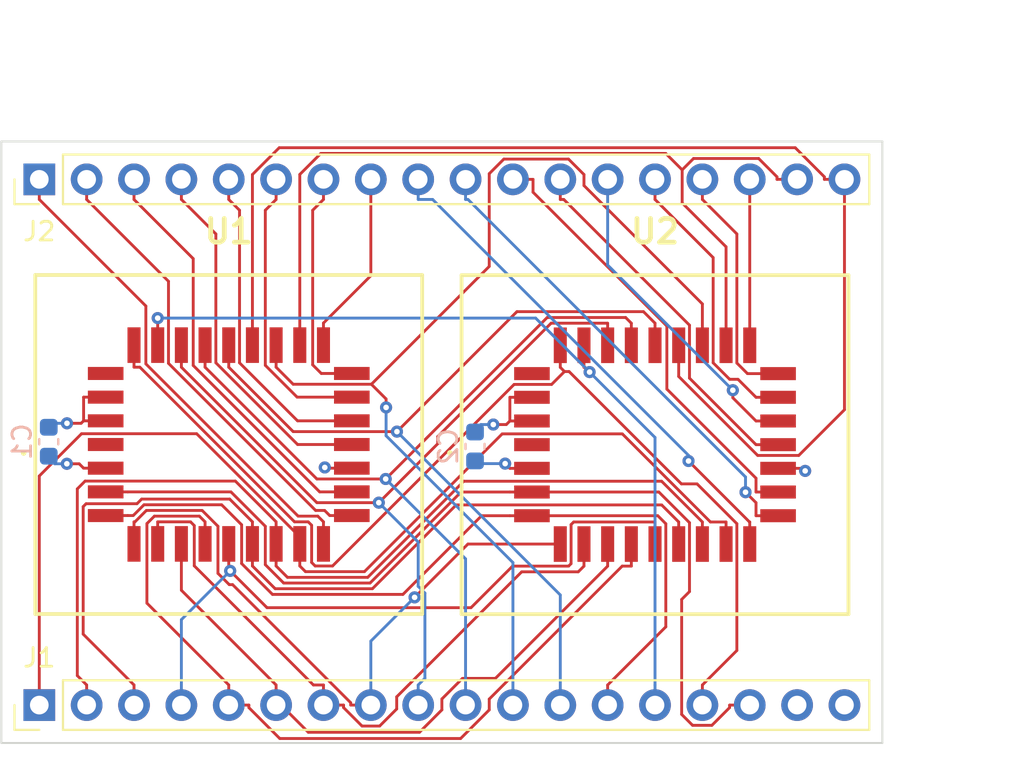
<source format=kicad_pcb>
(kicad_pcb (version 20221018) (generator pcbnew)
  (title_block (title "Turtle16: ROM Daughter Board") (date "2023-11-20") (rev "A") (comment 4 "Daughter board with Instruction ROM"))
  (layers (0 "F.Cu" signal) (1 "In1.Cu" power) (2 "In2.Cu" power) (31 "B.Cu" signal) (34 "B.Paste" user) (35 "F.Paste" user) (36 "B.SilkS" user "B.Silkscreen") (37 "F.SilkS" user "F.Silkscreen") (38 "B.Mask" user) (39 "F.Mask" user) (44 "Edge.Cuts" user))
  (net 0 "")
  (net 1 "GND")
  (net 2 "VCC")
  (net 3 "/PC0")
  (net 4 "/PC1")
  (net 5 "/PC2")
  (net 6 "/PC3")
  (net 7 "/PC4")
  (net 8 "/PC5")
  (net 9 "/PC6")
  (net 10 "/PC7")
  (net 11 "/PC8")
  (net 12 "/PC9")
  (net 13 "/PC10")
  (net 14 "/PC11")
  (net 15 "/PC12")
  (net 16 "/PC13")
  (net 17 "/PC14")
  (net 18 "/PC15")
  (net 19 "/Ins_IF0")
  (net 20 "/Ins_IF1")
  (net 21 "/Ins_IF2")
  (net 22 "/Ins_IF3")
  (net 23 "/Ins_IF4")
  (net 24 "/Ins_IF5")
  (net 25 "/Ins_IF6")
  (net 26 "/Ins_IF7")
  (net 27 "/Ins_IF8")
  (net 28 "/Ins_IF9")
  (net 29 "/Ins_IF10")
  (net 30 "/Ins_IF11")
  (net 31 "/Ins_IF12")
  (net 32 "/Ins_IF13")
  (net 33 "/Ins_IF14")
  (net 34 "/Ins_IF15")
  (net 35 "/FLUSH_IF")
  (net 36 "/RAMEN_R")
  (footprint "Package_LCC:843221B1RKTP" (layer "F.Cu") (at 108.712 59.44 90)
    (fp_text reference "U2" (at 11.434 0) (layer "F.SilkS") (effects (font (size 1.27 1.27) (thickness 0.254))))
    (fp_text value "SST39SF010" hide)
    (fp_line (start -9.09 -10.375) (end 9.09 -10.375) (stroke (width 0.2)) (layer "F.SilkS"))
    (fp_line (start -9.09 10.375) (end -9.09 -10.375) (stroke (width 0.2)) (layer "F.SilkS"))
    (fp_line (start -0.5 -11) (end -0.5 -11) (stroke (width 0.2)) (layer "F.SilkS"))
    (fp_line (start -0.4 -11) (end -0.4 -11) (stroke (width 0.2)) (layer "F.SilkS"))
    (fp_line (start 9.09 -10.375) (end 9.09 10.375) (stroke (width 0.2)) (layer "F.SilkS"))
    (fp_line (start 9.09 10.375) (end -9.09 10.375) (stroke (width 0.2)) (layer "F.SilkS"))
    (fp_arc (start -0.5 -11) (mid -0.45 -11.05) (end -0.4 -11) (stroke (width 0.2)) (layer "F.SilkS"))
    (fp_arc (start -0.4 -11) (mid -0.45 -10.95) (end -0.5 -11) (stroke (width 0.2)) (layer "F.SilkS"))
    (pad "1" smd rect (at 0 -6.6 90) (size 0.7 1.91) (layers "F.Cu" "F.Paste" "F.Mask"))
    (pad "2" smd rect (at -1.27 -6.6 90) (size 0.7 1.91) (layers "F.Cu" "F.Paste" "F.Mask") (net 1 "GND"))
    (pad "3" smd rect (at -2.54 -6.6 90) (size 0.7 1.91) (layers "F.Cu" "F.Paste" "F.Mask") (net 18 "/PC15"))
    (pad "4" smd rect (at -3.81 -6.6 90) (size 0.7 1.91) (layers "F.Cu" "F.Paste" "F.Mask") (net 15 "/PC12"))
    (pad "5" smd rect (at -5.33 -5.08 180) (size 0.7 1.91) (layers "F.Cu" "F.Paste" "F.Mask") (net 10 "/PC7"))
    (pad "6" smd rect (at -5.33 -3.81 180) (size 0.7 1.91) (layers "F.Cu" "F.Paste" "F.Mask") (net 9 "/PC6"))
    (pad "7" smd rect (at -5.33 -2.54 180) (size 0.7 1.91) (layers "F.Cu" "F.Paste" "F.Mask") (net 8 "/PC5"))
    (pad "8" smd rect (at -5.33 -1.27 180) (size 0.7 1.91) (layers "F.Cu" "F.Paste" "F.Mask") (net 7 "/PC4"))
    (pad "9" smd rect (at -5.33 0 180) (size 0.7 1.91) (layers "F.Cu" "F.Paste" "F.Mask") (net 6 "/PC3"))
    (pad "10" smd rect (at -5.33 1.27 180) (size 0.7 1.91) (layers "F.Cu" "F.Paste" "F.Mask") (net 5 "/PC2"))
    (pad "11" smd rect (at -5.33 2.54 180) (size 0.7 1.91) (layers "F.Cu" "F.Paste" "F.Mask") (net 4 "/PC1"))
    (pad "12" smd rect (at -5.33 3.81 180) (size 0.7 1.91) (layers "F.Cu" "F.Paste" "F.Mask") (net 3 "/PC0"))
    (pad "13" smd rect (at -5.33 5.08 180) (size 0.7 1.91) (layers "F.Cu" "F.Paste" "F.Mask") (net 27 "/Ins_IF8"))
    (pad "14" smd rect (at -3.81 6.6 90) (size 0.7 1.91) (layers "F.Cu" "F.Paste" "F.Mask") (net 28 "/Ins_IF9"))
    (pad "15" smd rect (at -2.54 6.6 90) (size 0.7 1.91) (layers "F.Cu" "F.Paste" "F.Mask") (net 29 "/Ins_IF10"))
    (pad "16" smd rect (at -1.27 6.6 90) (size 0.7 1.91) (layers "F.Cu" "F.Paste" "F.Mask") (net 1 "GND"))
    (pad "17" smd rect (at 0 6.6 90) (size 0.7 1.91) (layers "F.Cu" "F.Paste" "F.Mask") (net 30 "/Ins_IF11"))
    (pad "18" smd rect (at 1.27 6.6 90) (size 0.7 1.91) (layers "F.Cu" "F.Paste" "F.Mask") (net 31 "/Ins_IF12"))
    (pad "19" smd rect (at 2.54 6.6 90) (size 0.7 1.91) (layers "F.Cu" "F.Paste" "F.Mask") (net 32 "/Ins_IF13"))
    (pad "20" smd rect (at 3.81 6.6 90) (size 0.7 1.91) (layers "F.Cu" "F.Paste" "F.Mask") (net 33 "/Ins_IF14"))
    (pad "21" smd rect (at 5.33 5.08 180) (size 0.7 1.91) (layers "F.Cu" "F.Paste" "F.Mask") (net 34 "/Ins_IF15"))
    (pad "22" smd rect (at 5.33 3.81 180) (size 0.7 1.91) (layers "F.Cu" "F.Paste" "F.Mask") (net 35 "/FLUSH_IF"))
    (pad "23" smd rect (at 5.33 2.54 180) (size 0.7 1.91) (layers "F.Cu" "F.Paste" "F.Mask") (net 13 "/PC10"))
    (pad "24" smd rect (at 5.33 1.27 180) (size 0.7 1.91) (layers "F.Cu" "F.Paste" "F.Mask") (net 36 "/RAMEN_R"))
    (pad "25" smd rect (at 5.33 0 180) (size 0.7 1.91) (layers "F.Cu" "F.Paste" "F.Mask") (net 14 "/PC11"))
    (pad "26" smd rect (at 5.33 -1.27 180) (size 0.7 1.91) (layers "F.Cu" "F.Paste" "F.Mask") (net 12 "/PC9"))
    (pad "27" smd rect (at 5.33 -2.54 180) (size 0.7 1.91) (layers "F.Cu" "F.Paste" "F.Mask") (net 11 "/PC8"))
    (pad "28" smd rect (at 5.33 -3.81 180) (size 0.7 1.91) (layers "F.Cu" "F.Paste" "F.Mask") (net 16 "/PC13"))
    (pad "29" smd rect (at 5.33 -5.08 180) (size 0.7 1.91) (layers "F.Cu" "F.Paste" "F.Mask") (net 17 "/PC14"))
    (pad "30" smd rect (at 3.81 -6.6 90) (size 0.7 1.91) (layers "F.Cu" "F.Paste" "F.Mask"))
    (pad "31" smd rect (at 2.54 -6.6 90) (size 0.7 1.91) (layers "F.Cu" "F.Paste" "F.Mask") (net 2 "VCC"))
    (pad "32" smd rect (at 1.27 -6.6 90) (size 0.7 1.91) (layers "F.Cu" "F.Paste" "F.Mask") (net 2 "VCC"))
  )
  (footprint "Connector_PinHeader_2.54mm:PinHeader_1x18_P2.54mm_Vertical" (layer "F.Cu") (at 75.692 73.406 90)
    (fp_text reference "J1" (at 2.54 0 180) (layer "F.SilkS"))
    (fp_text value "LowerHeader")
    (fp_line (start -1.33 -1.33) (end 0 -1.33) (stroke (width 0.12)) (layer "F.SilkS"))
    (fp_line (start -1.33 0) (end -1.33 -1.33) (stroke (width 0.12)) (layer "F.SilkS"))
    (fp_line (start -1.33 1.27) (end -1.33 44.51) (stroke (width 0.12)) (layer "F.SilkS"))
    (fp_line (start -1.33 1.27) (end 1.33 1.27) (stroke (width 0.12)) (layer "F.SilkS"))
    (fp_line (start -1.33 44.51) (end 1.33 44.51) (stroke (width 0.12)) (layer "F.SilkS"))
    (fp_line (start 1.33 1.27) (end 1.33 44.51) (stroke (width 0.12)) (layer "F.SilkS"))
    (pad "1" thru_hole rect (at 0 0 90) (size 1.7 1.7) (drill 1) (layers "*.Cu" "*.Mask") (net 3 "/PC0"))
    (pad "2" thru_hole oval (at 0 2.54 90) (size 1.7 1.7) (drill 1) (layers "*.Cu" "*.Mask") (net 4 "/PC1"))
    (pad "3" thru_hole oval (at 0 5.08 90) (size 1.7 1.7) (drill 1) (layers "*.Cu" "*.Mask") (net 5 "/PC2"))
    (pad "4" thru_hole oval (at 0 7.62 90) (size 1.7 1.7) (drill 1) (layers "*.Cu" "*.Mask") (net 6 "/PC3"))
    (pad "5" thru_hole oval (at 0 10.16 90) (size 1.7 1.7) (drill 1) (layers "*.Cu" "*.Mask") (net 7 "/PC4"))
    (pad "6" thru_hole oval (at 0 12.7 90) (size 1.7 1.7) (drill 1) (layers "*.Cu" "*.Mask") (net 8 "/PC5"))
    (pad "7" thru_hole oval (at 0 15.24 90) (size 1.7 1.7) (drill 1) (layers "*.Cu" "*.Mask") (net 9 "/PC6"))
    (pad "8" thru_hole oval (at 0 17.78 90) (size 1.7 1.7) (drill 1) (layers "*.Cu" "*.Mask") (net 10 "/PC7"))
    (pad "9" thru_hole oval (at 0 20.32 90) (size 1.7 1.7) (drill 1) (layers "*.Cu" "*.Mask") (net 11 "/PC8"))
    (pad "10" thru_hole oval (at 0 22.86 90) (size 1.7 1.7) (drill 1) (layers "*.Cu" "*.Mask") (net 12 "/PC9"))
    (pad "11" thru_hole oval (at 0 25.4 90) (size 1.7 1.7) (drill 1) (layers "*.Cu" "*.Mask") (net 13 "/PC10"))
    (pad "12" thru_hole oval (at 0 27.94 90) (size 1.7 1.7) (drill 1) (layers "*.Cu" "*.Mask") (net 14 "/PC11"))
    (pad "13" thru_hole oval (at 0 30.48 90) (size 1.7 1.7) (drill 1) (layers "*.Cu" "*.Mask") (net 15 "/PC12"))
    (pad "14" thru_hole oval (at 0 33.02 90) (size 1.7 1.7) (drill 1) (layers "*.Cu" "*.Mask") (net 16 "/PC13"))
    (pad "15" thru_hole oval (at 0 35.56 90) (size 1.7 1.7) (drill 1) (layers "*.Cu" "*.Mask") (net 17 "/PC14"))
    (pad "16" thru_hole oval (at 0 38.1 90) (size 1.7 1.7) (drill 1) (layers "*.Cu" "*.Mask") (net 18 "/PC15"))
    (pad "17" thru_hole oval (at 0 40.64 90) (size 1.7 1.7) (drill 1) (layers "*.Cu" "*.Mask") (net 1 "GND"))
    (pad "18" thru_hole oval (at 0 43.18 90) (size 1.7 1.7) (drill 1) (layers "*.Cu" "*.Mask") (net 2 "VCC"))
  )
  (footprint "Connector_PinHeader_2.54mm:PinHeader_1x18_P2.54mm_Vertical" (layer "F.Cu") (at 75.692 45.212 90)
    (fp_text reference "J2" (at -2.794 0 180) (layer "F.SilkS"))
    (fp_text value "UpperHeader")
    (fp_line (start -1.33 -1.33) (end 0 -1.33) (stroke (width 0.12)) (layer "F.SilkS"))
    (fp_line (start -1.33 0) (end -1.33 -1.33) (stroke (width 0.12)) (layer "F.SilkS"))
    (fp_line (start -1.33 1.27) (end -1.33 44.51) (stroke (width 0.12)) (layer "F.SilkS"))
    (fp_line (start -1.33 1.27) (end 1.33 1.27) (stroke (width 0.12)) (layer "F.SilkS"))
    (fp_line (start -1.33 44.51) (end 1.33 44.51) (stroke (width 0.12)) (layer "F.SilkS"))
    (fp_line (start 1.33 1.27) (end 1.33 44.51) (stroke (width 0.12)) (layer "F.SilkS"))
    (pad "1" thru_hole rect (at 0 0 90) (size 1.7 1.7) (drill 1) (layers "*.Cu" "*.Mask") (net 19 "/Ins_IF0"))
    (pad "2" thru_hole oval (at 0 2.54 90) (size 1.7 1.7) (drill 1) (layers "*.Cu" "*.Mask") (net 20 "/Ins_IF1"))
    (pad "3" thru_hole oval (at 0 5.08 90) (size 1.7 1.7) (drill 1) (layers "*.Cu" "*.Mask") (net 21 "/Ins_IF2"))
    (pad "4" thru_hole oval (at 0 7.62 90) (size 1.7 1.7) (drill 1) (layers "*.Cu" "*.Mask") (net 22 "/Ins_IF3"))
    (pad "5" thru_hole oval (at 0 10.16 90) (size 1.7 1.7) (drill 1) (layers "*.Cu" "*.Mask") (net 23 "/Ins_IF4"))
    (pad "6" thru_hole oval (at 0 12.7 90) (size 1.7 1.7) (drill 1) (layers "*.Cu" "*.Mask") (net 24 "/Ins_IF5"))
    (pad "7" thru_hole oval (at 0 15.24 90) (size 1.7 1.7) (drill 1) (layers "*.Cu" "*.Mask") (net 25 "/Ins_IF6"))
    (pad "8" thru_hole oval (at 0 17.78 90) (size 1.7 1.7) (drill 1) (layers "*.Cu" "*.Mask") (net 26 "/Ins_IF7"))
    (pad "9" thru_hole oval (at 0 20.32 90) (size 1.7 1.7) (drill 1) (layers "*.Cu" "*.Mask") (net 27 "/Ins_IF8"))
    (pad "10" thru_hole oval (at 0 22.86 90) (size 1.7 1.7) (drill 1) (layers "*.Cu" "*.Mask") (net 28 "/Ins_IF9"))
    (pad "11" thru_hole oval (at 0 25.4 90) (size 1.7 1.7) (drill 1) (layers "*.Cu" "*.Mask") (net 29 "/Ins_IF10"))
    (pad "12" thru_hole oval (at 0 27.94 90) (size 1.7 1.7) (drill 1) (layers "*.Cu" "*.Mask") (net 30 "/Ins_IF11"))
    (pad "13" thru_hole oval (at 0 30.48 90) (size 1.7 1.7) (drill 1) (layers "*.Cu" "*.Mask") (net 31 "/Ins_IF12"))
    (pad "14" thru_hole oval (at 0 33.02 90) (size 1.7 1.7) (drill 1) (layers "*.Cu" "*.Mask") (net 32 "/Ins_IF13"))
    (pad "15" thru_hole oval (at 0 35.56 90) (size 1.7 1.7) (drill 1) (layers "*.Cu" "*.Mask") (net 33 "/Ins_IF14"))
    (pad "16" thru_hole oval (at 0 38.1 90) (size 1.7 1.7) (drill 1) (layers "*.Cu" "*.Mask") (net 34 "/Ins_IF15"))
    (pad "17" thru_hole oval (at 0 40.64 90) (size 1.7 1.7) (drill 1) (layers "*.Cu" "*.Mask") (net 35 "/FLUSH_IF"))
    (pad "18" thru_hole oval (at 0 43.18 90) (size 1.7 1.7) (drill 1) (layers "*.Cu" "*.Mask") (net 36 "/RAMEN_R"))
  )
  (footprint "Package_LCC:843221B1RKTP" (layer "F.Cu") (at 85.852 59.432 90)
    (fp_text reference "U1" (at 11.426 0) (layer "F.SilkS") (effects (font (size 1.27 1.27) (thickness 0.254))))
    (fp_text value "SST39SF010" hide)
    (fp_line (start -9.09 -10.375) (end 9.09 -10.375) (stroke (width 0.2)) (layer "F.SilkS"))
    (fp_line (start -9.09 10.375) (end -9.09 -10.375) (stroke (width 0.2)) (layer "F.SilkS"))
    (fp_line (start -0.5 -11) (end -0.5 -11) (stroke (width 0.2)) (layer "F.SilkS"))
    (fp_line (start -0.4 -11) (end -0.4 -11) (stroke (width 0.2)) (layer "F.SilkS"))
    (fp_line (start 9.09 -10.375) (end 9.09 10.375) (stroke (width 0.2)) (layer "F.SilkS"))
    (fp_line (start 9.09 10.375) (end -9.09 10.375) (stroke (width 0.2)) (layer "F.SilkS"))
    (fp_arc (start -0.5 -11) (mid -0.45 -11.05) (end -0.4 -11) (stroke (width 0.2)) (layer "F.SilkS"))
    (fp_arc (start -0.4 -11) (mid -0.45 -10.95) (end -0.5 -11) (stroke (width 0.2)) (layer "F.SilkS"))
    (pad "1" smd rect (at 0 -6.6 90) (size 0.7 1.91) (layers "F.Cu" "F.Paste" "F.Mask"))
    (pad "2" smd rect (at -1.27 -6.6 90) (size 0.7 1.91) (layers "F.Cu" "F.Paste" "F.Mask") (net 1 "GND"))
    (pad "3" smd rect (at -2.54 -6.6 90) (size 0.7 1.91) (layers "F.Cu" "F.Paste" "F.Mask") (net 18 "/PC15"))
    (pad "4" smd rect (at -3.81 -6.6 90) (size 0.7 1.91) (layers "F.Cu" "F.Paste" "F.Mask") (net 15 "/PC12"))
    (pad "5" smd rect (at -5.33 -5.08 180) (size 0.7 1.91) (layers "F.Cu" "F.Paste" "F.Mask") (net 10 "/PC7"))
    (pad "6" smd rect (at -5.33 -3.81 180) (size 0.7 1.91) (layers "F.Cu" "F.Paste" "F.Mask") (net 9 "/PC6"))
    (pad "7" smd rect (at -5.33 -2.54 180) (size 0.7 1.91) (layers "F.Cu" "F.Paste" "F.Mask") (net 8 "/PC5"))
    (pad "8" smd rect (at -5.33 -1.27 180) (size 0.7 1.91) (layers "F.Cu" "F.Paste" "F.Mask") (net 7 "/PC4"))
    (pad "9" smd rect (at -5.33 0 180) (size 0.7 1.91) (layers "F.Cu" "F.Paste" "F.Mask") (net 6 "/PC3"))
    (pad "10" smd rect (at -5.33 1.27 180) (size 0.7 1.91) (layers "F.Cu" "F.Paste" "F.Mask") (net 5 "/PC2"))
    (pad "11" smd rect (at -5.33 2.54 180) (size 0.7 1.91) (layers "F.Cu" "F.Paste" "F.Mask") (net 4 "/PC1"))
    (pad "12" smd rect (at -5.33 3.81 180) (size 0.7 1.91) (layers "F.Cu" "F.Paste" "F.Mask") (net 3 "/PC0"))
    (pad "13" smd rect (at -5.33 5.08 180) (size 0.7 1.91) (layers "F.Cu" "F.Paste" "F.Mask") (net 19 "/Ins_IF0"))
    (pad "14" smd rect (at -3.81 6.6 90) (size 0.7 1.91) (layers "F.Cu" "F.Paste" "F.Mask") (net 20 "/Ins_IF1"))
    (pad "15" smd rect (at -2.54 6.6 90) (size 0.7 1.91) (layers "F.Cu" "F.Paste" "F.Mask") (net 21 "/Ins_IF2"))
    (pad "16" smd rect (at -1.27 6.6 90) (size 0.7 1.91) (layers "F.Cu" "F.Paste" "F.Mask") (net 1 "GND"))
    (pad "17" smd rect (at 0 6.6 90) (size 0.7 1.91) (layers "F.Cu" "F.Paste" "F.Mask") (net 22 "/Ins_IF3"))
    (pad "18" smd rect (at 1.27 6.6 90) (size 0.7 1.91) (layers "F.Cu" "F.Paste" "F.Mask") (net 23 "/Ins_IF4"))
    (pad "19" smd rect (at 2.54 6.6 90) (size 0.7 1.91) (layers "F.Cu" "F.Paste" "F.Mask") (net 24 "/Ins_IF5"))
    (pad "20" smd rect (at 3.81 6.6 90) (size 0.7 1.91) (layers "F.Cu" "F.Paste" "F.Mask") (net 25 "/Ins_IF6"))
    (pad "21" smd rect (at 5.33 5.08 180) (size 0.7 1.91) (layers "F.Cu" "F.Paste" "F.Mask") (net 26 "/Ins_IF7"))
    (pad "22" smd rect (at 5.33 3.81 180) (size 0.7 1.91) (layers "F.Cu" "F.Paste" "F.Mask") (net 35 "/FLUSH_IF"))
    (pad "23" smd rect (at 5.33 2.54 180) (size 0.7 1.91) (layers "F.Cu" "F.Paste" "F.Mask") (net 13 "/PC10"))
    (pad "24" smd rect (at 5.33 1.27 180) (size 0.7 1.91) (layers "F.Cu" "F.Paste" "F.Mask") (net 36 "/RAMEN_R"))
    (pad "25" smd rect (at 5.33 0 180) (size 0.7 1.91) (layers "F.Cu" "F.Paste" "F.Mask") (net 14 "/PC11"))
    (pad "26" smd rect (at 5.33 -1.27 180) (size 0.7 1.91) (layers "F.Cu" "F.Paste" "F.Mask") (net 12 "/PC9"))
    (pad "27" smd rect (at 5.33 -2.54 180) (size 0.7 1.91) (layers "F.Cu" "F.Paste" "F.Mask") (net 11 "/PC8"))
    (pad "28" smd rect (at 5.33 -3.81 180) (size 0.7 1.91) (layers "F.Cu" "F.Paste" "F.Mask") (net 16 "/PC13"))
    (pad "29" smd rect (at 5.33 -5.08 180) (size 0.7 1.91) (layers "F.Cu" "F.Paste" "F.Mask") (net 17 "/PC14"))
    (pad "30" smd rect (at 3.81 -6.6 90) (size 0.7 1.91) (layers "F.Cu" "F.Paste" "F.Mask"))
    (pad "31" smd rect (at 2.54 -6.6 90) (size 0.7 1.91) (layers "F.Cu" "F.Paste" "F.Mask") (net 2 "VCC"))
    (pad "32" smd rect (at 1.27 -6.6 90) (size 0.7 1.91) (layers "F.Cu" "F.Paste" "F.Mask") (net 2 "VCC"))
  )
  (footprint "Capacitor_SMD:C_0603_1608Metric" (layer "B.Cu") (at 76.2 59.2825 -90)
    (fp_text reference "C1" (at 0 1.43 90) (layer "B.SilkS") (effects (justify mirror)))
    (fp_text value "0.1uF")
    (fp_line (start -0.14058 -0.51) (end 0.14058 -0.51) (stroke (width 0.12)) (layer "B.SilkS"))
    (fp_line (start -0.14058 0.51) (end 0.14058 0.51) (stroke (width 0.12)) (layer "B.SilkS"))
    (pad "1" smd roundrect (at -0.775 0 270) (size 0.9 0.95) (layers "B.Cu" "B.Paste" "B.Mask") (net 2 "VCC"))
    (pad "2" smd roundrect (at 0.775 0 270) (size 0.9 0.95) (layers "B.Cu" "B.Paste" "B.Mask") (net 1 "GND"))
  )
  (footprint "Capacitor_SMD:C_0603_1608Metric" (layer "B.Cu") (at 99.06 59.5365 -90)
    (fp_text reference "C2" (at 0 1.43 90) (layer "B.SilkS") (effects (justify mirror)))
    (fp_text value "0.1uF")
    (fp_line (start -0.14058 -0.51) (end 0.14058 -0.51) (stroke (width 0.12)) (layer "B.SilkS"))
    (fp_line (start -0.14058 0.51) (end 0.14058 0.51) (stroke (width 0.12)) (layer "B.SilkS"))
    (pad "1" smd roundrect (at -0.775 0 270) (size 0.9 0.95) (layers "B.Cu" "B.Paste" "B.Mask") (net 2 "VCC"))
    (pad "2" smd roundrect (at 0.775 0 270) (size 0.9 0.95) (layers "B.Cu" "B.Paste" "B.Mask") (net 1 "GND"))
  )
  (gr_line (start 120.904 75.438) (end 120.904 43.18) (stroke (width 0.1)) (layer "Edge.Cuts"))
  (gr_line (start 73.66 43.18) (end 73.66 75.438) (stroke (width 0.1)) (layer "Edge.Cuts"))
  (gr_line (start 73.66 75.438) (end 120.904 75.438) (stroke (width 0.1)) (layer "Edge.Cuts"))
  (gr_line (start 73.66 43.18) (end 120.904 43.18) (stroke (width 0.1)) (layer "Edge.Cuts"))
  (segment (start 79.252 60.702) (end 78.0683 60.702) (width 0.1524) (layer "F.Cu") (net 1))
  (segment (start 115.312 60.71) (end 116.4957 60.71) (width 0.1524) (layer "F.Cu") (net 1))
  (segment (start 100.675 60.4567) (end 100.9283 60.71) (width 0.1524) (layer "F.Cu") (net 1))
  (segment (start 116.6326 60.8469) (end 116.4957 60.71) (width 0.1524) (layer "F.Cu") (net 1))
  (segment (start 91.2286 60.6623) (end 91.2683 60.702) (width 0.1524) (layer "F.Cu") (net 1))
  (segment (start 77.8318 60.4655) (end 78.0683 60.702) (width 0.1524) (layer "F.Cu") (net 1))
  (segment (start 91.0025 60.6623) (end 91.2286 60.6623) (width 0.1524) (layer "F.Cu") (net 1))
  (segment (start 92.452 60.702) (end 91.2683 60.702) (width 0.1524) (layer "F.Cu") (net 1))
  (segment (start 102.112 60.71) (end 100.9283 60.71) (width 0.1524) (layer "F.Cu") (net 1))
  (segment (start 116.7644 60.8469) (end 116.6326 60.8469) (width 0.1524) (layer "F.Cu") (net 1))
  (segment (start 77.1699 60.4655) (end 77.8318 60.4655) (width 0.1524) (layer "F.Cu") (net 1))
  (via (at 77.1699 60.4655) (size 0.65) (drill 0.3) (layers "F.Cu" "B.Cu") (net 1))
  (via (at 91.0025 60.6623) (size 0.65) (drill 0.3) (layers "F.Cu" "B.Cu") (net 1))
  (via (at 116.7644 60.8469) (size 0.65) (drill 0.3) (layers "F.Cu" "B.Cu") (net 1))
  (via (at 100.675 60.4567) (size 0.65) (drill 0.3) (layers "F.Cu" "B.Cu") (net 1))
  (segment (start 99.1177 60.4567) (end 99.06 60.399) (width 0.1524) (layer "B.Cu") (net 1))
  (segment (start 100.675 60.4567) (end 99.1177 60.4567) (width 0.1524) (layer "B.Cu") (net 1))
  (segment (start 77.1699 60.4655) (end 76.5205 60.4655) (width 0.1524) (layer "B.Cu") (net 1))
  (segment (start 76.5205 60.4655) (end 76.2 60.145) (width 0.1524) (layer "B.Cu") (net 1))
  (segment (start 78.0683 56.892) (end 78.0683 58.162) (width 0.1524) (layer "F.Cu") (net 2))
  (segment (start 100.7368 58.3615) (end 100.9283 58.17) (width 0.1524) (layer "F.Cu") (net 2))
  (segment (start 79.252 56.892) (end 78.0683 56.892) (width 0.1524) (layer "F.Cu") (net 2))
  (segment (start 102.112 56.9) (end 100.9283 56.9) (width 0.1524) (layer "F.Cu") (net 2))
  (segment (start 79.252 58.162) (end 78.0683 58.162) (width 0.1524) (layer "F.Cu") (net 2))
  (segment (start 77.9358 58.2945) (end 78.0683 58.162) (width 0.1524) (layer "F.Cu") (net 2))
  (segment (start 100.039 58.3615) (end 100.7368 58.3615) (width 0.1524) (layer "F.Cu") (net 2))
  (segment (start 77.1769 58.2945) (end 77.9358 58.2945) (width 0.1524) (layer "F.Cu") (net 2))
  (segment (start 102.112 58.17) (end 100.9283 58.17) (width 0.1524) (layer "F.Cu") (net 2))
  (segment (start 100.9283 56.9) (end 100.9283 58.17) (width 0.1524) (layer "F.Cu") (net 2))
  (via (at 100.039 58.3615) (size 0.65) (drill 0.3) (layers "F.Cu" "B.Cu") (net 2))
  (via (at 77.1769 58.2945) (size 0.65) (drill 0.3) (layers "F.Cu" "B.Cu") (net 2))
  (segment (start 76.3255 58.2945) (end 76.2 58.42) (width 0.1524) (layer "B.Cu") (net 2))
  (segment (start 100.039 58.3615) (end 99.3725 58.3615) (width 0.1524) (layer "B.Cu") (net 2))
  (segment (start 77.1769 58.2945) (end 76.3255 58.2945) (width 0.1524) (layer "B.Cu") (net 2))
  (segment (start 99.3725 58.3615) (end 99.06 58.674) (width 0.1524) (layer "B.Cu") (net 2))
  (segment (start 77.959 58.8532) (end 84.1313 58.8532) (width 0.1524) (layer "F.Cu") (net 3))
  (segment (start 84.1313 58.8532) (end 89.662 64.3839) (width 0.1524) (layer "F.Cu") (net 3))
  (segment (start 111.6833 63.5863) (end 112.522 63.5863) (width 0.1524) (layer "F.Cu") (net 3))
  (segment (start 112.522 64.77) (end 112.522 63.5863) (width 0.1524) (layer "F.Cu") (net 3))
  (segment (start 75.692 61.1202) (end 77.959 58.8532) (width 0.1524) (layer "F.Cu") (net 3))
  (segment (start 100.5175 58.8612) (end 106.9582 58.8612) (width 0.1524) (layer "F.Cu") (net 3))
  (segment (start 89.662 64.762) (end 89.662 65.9457) (width 0.1524) (layer "F.Cu") (net 3))
  (segment (start 89.9669 66.2506) (end 93.1281 66.2506) (width 0.1524) (layer "F.Cu") (net 3))
  (segment (start 93.1281 66.2506) (end 100.5175 58.8612) (width 0.1524) (layer "F.Cu") (net 3))
  (segment (start 89.662 65.9457) (end 89.9669 66.2506) (width 0.1524) (layer "F.Cu") (net 3))
  (segment (start 106.9582 58.8612) (end 111.6833 63.5863) (width 0.1524) (layer "F.Cu") (net 3))
  (segment (start 75.692 73.406) (end 75.692 61.1202) (width 0.1524) (layer "F.Cu") (net 3))
  (segment (start 89.662 64.3839) (end 89.662 64.762) (width 0.1524) (layer "F.Cu") (net 3))
  (segment (start 78.232 73.406) (end 78.232 72.3273) (width 0.1524) (layer "F.Cu") (net 4))
  (segment (start 109.0669 61.4012) (end 111.252 63.5863) (width 0.1524) (layer "F.Cu") (net 4))
  (segment (start 86.2069 61.3932) (end 88.392 63.5783) (width 0.1524) (layer "F.Cu") (net 4))
  (segment (start 77.7309 61.8122) (end 78.1499 61.3932) (width 0.1524) (layer "F.Cu") (net 4))
  (segment (start 78.1499 61.3932) (end 86.2069 61.3932) (width 0.1524) (layer "F.Cu") (net 4))
  (segment (start 98.4592 61.4012) (end 109.0669 61.4012) (width 0.1524) (layer "F.Cu") (net 4))
  (segment (start 77.7309 71.8262) (end 77.7309 61.8122) (width 0.1524) (layer "F.Cu") (net 4))
  (segment (start 88.392 65.9457) (end 89.0018 66.5555) (width 0.1524) (layer "F.Cu") (net 4))
  (segment (start 111.252 64.77) (end 111.252 63.5863) (width 0.1524) (layer "F.Cu") (net 4))
  (segment (start 88.392 64.762) (end 88.392 65.9457) (width 0.1524) (layer "F.Cu") (net 4))
  (segment (start 88.392 64.762) (end 88.392 63.5783) (width 0.1524) (layer "F.Cu") (net 4))
  (segment (start 93.3049 66.5555) (end 98.4592 61.4012) (width 0.1524) (layer "F.Cu") (net 4))
  (segment (start 89.0018 66.5555) (end 93.3049 66.5555) (width 0.1524) (layer "F.Cu") (net 4))
  (segment (start 78.232 72.3273) (end 77.7309 71.8262) (width 0.1524) (layer "F.Cu") (net 4))
  (segment (start 78.2022 62.607) (end 80.9319 62.607) (width 0.1524) (layer "F.Cu") (net 5))
  (segment (start 80.9319 62.607) (end 81.1802 62.3587) (width 0.1524) (layer "F.Cu") (net 5))
  (segment (start 93.5577 67.1653) (end 98.0518 62.6712) (width 0.1524) (layer "F.Cu") (net 5))
  (segment (start 109.982 64.77) (end 109.982 63.5863) (width 0.1524) (layer "F.Cu") (net 5))
  (segment (start 87.122 64.762) (end 87.122 65.9457) (width 0.1524) (layer "F.Cu") (net 5))
  (segment (start 80.772 73.406) (end 80.772 72.3273) (width 0.1524) (layer "F.Cu") (net 5))
  (segment (start 81.1802 62.3587) (end 85.9024 62.3587) (width 0.1524) (layer "F.Cu") (net 5))
  (segment (start 87.122 64.1701) (end 87.122 63.5783) (width 0.1524) (layer "F.Cu") (net 5))
  (segment (start 109.0669 62.6712) (end 109.982 63.5863) (width 0.1524) (layer "F.Cu") (net 5))
  (segment (start 87.122 64.1701) (end 87.122 64.762) (width 0.1524) (layer "F.Cu") (net 5))
  (segment (start 98.0518 62.6712) (end 109.0669 62.6712) (width 0.1524) (layer "F.Cu") (net 5))
  (segment (start 88.3416 67.1653) (end 93.5577 67.1653) (width 0.1524) (layer "F.Cu") (net 5))
  (segment (start 85.9024 62.3587) (end 87.122 63.5783) (width 0.1524) (layer "F.Cu") (net 5))
  (segment (start 80.772 72.3273) (end 78.0462 69.6015) (width 0.1524) (layer "F.Cu") (net 5))
  (segment (start 78.0462 62.763) (end 78.2022 62.607) (width 0.1524) (layer "F.Cu") (net 5))
  (segment (start 78.0462 69.6015) (end 78.0462 62.763) (width 0.1524) (layer "F.Cu") (net 5))
  (segment (start 87.122 65.9457) (end 88.3416 67.1653) (width 0.1524) (layer "F.Cu") (net 5))
  (segment (start 85.852 64.762) (end 85.852 65.9457) (width 0.1524) (layer "F.Cu") (net 6))
  (segment (start 87.9036 68.1826) (end 98.8437 68.1826) (width 0.1524) (layer "F.Cu") (net 6))
  (segment (start 104.3503 63.5863) (end 108.712 63.5863) (width 0.1524) (layer "F.Cu") (net 6))
  (segment (start 98.8437 68.1826) (end 101.0726 65.9537) (width 0.1524) (layer "F.Cu") (net 6))
  (segment (start 104.2108 63.7258) (end 104.3503 63.5863) (width 0.1524) (layer "F.Cu") (net 6))
  (segment (start 104.2108 65.8197) (end 104.2108 63.7258) (width 0.1524) (layer "F.Cu") (net 6))
  (segment (start 101.0726 65.9537) (end 104.0768 65.9537) (width 0.1524) (layer "F.Cu") (net 6))
  (segment (start 108.712 64.77) (end 108.712 63.5863) (width 0.1524) (layer "F.Cu") (net 6))
  (segment (start 85.929 66.0227) (end 85.852 65.9457) (width 0.1524) (layer "F.Cu") (net 6))
  (segment (start 104.0768 65.9537) (end 104.2108 65.8197) (width 0.1524) (layer "F.Cu") (net 6))
  (segment (start 85.929 66.208) (end 85.929 66.0227) (width 0.1524) (layer "F.Cu") (net 6))
  (segment (start 85.929 66.208) (end 87.9036 68.1826) (width 0.1524) (layer "F.Cu") (net 6))
  (via (at 85.929 66.208) (size 0.65) (drill 0.3) (layers "F.Cu" "B.Cu") (net 6))
  (segment (start 83.312 73.406) (end 83.312 68.825) (width 0.1524) (layer "B.Cu") (net 6))
  (segment (start 83.312 68.825) (end 85.929 66.208) (width 0.1524) (layer "B.Cu") (net 6))
  (segment (start 107.442 64.77) (end 107.442 65.9537) (width 0.1524) (layer "F.Cu") (net 7))
  (segment (start 81.8646 63.2734) (end 84.2771 63.2734) (width 0.1524) (layer "F.Cu") (net 7))
  (segment (start 84.582 64.762) (end 84.582 63.5783) (width 0.1524) (layer "F.Cu") (net 7))
  (segment (start 88.5891 75.1992) (end 86.9307 73.5408) (width 0.1524) (layer "F.Cu") (net 7))
  (segment (start 99.822 73.6644) (end 98.2872 75.1992) (width 0.1524) (layer "F.Cu") (net 7))
  (segment (start 81.4632 63.6748) (end 81.8646 63.2734) (width 0.1524) (layer "F.Cu") (net 7))
  (segment (start 106.9519 65.9537) (end 99.822 73.0836) (width 0.1524) (layer "F.Cu") (net 7))
  (segment (start 99.822 73.0836) (end 99.822 73.6644) (width 0.1524) (layer "F.Cu") (net 7))
  (segment (start 85.852 72.3273) (end 81.4632 67.9385) (width 0.1524) (layer "F.Cu") (net 7))
  (segment (start 86.9307 73.5408) (end 86.9307 73.406) (width 0.1524) (layer "F.Cu") (net 7))
  (segment (start 98.2872 75.1992) (end 88.5891 75.1992) (width 0.1524) (layer "F.Cu") (net 7))
  (segment (start 81.4632 67.9385) (end 81.4632 63.6748) (width 0.1524) (layer "F.Cu") (net 7))
  (segment (start 84.2771 63.2734) (end 84.582 63.5783) (width 0.1524) (layer "F.Cu") (net 7))
  (segment (start 85.852 73.406) (end 86.9307 73.406) (width 0.1524) (layer "F.Cu") (net 7))
  (segment (start 107.442 65.9537) (end 106.9519 65.9537) (width 0.1524) (layer "F.Cu") (net 7))
  (segment (start 85.852 73.406) (end 85.852 72.3273) (width 0.1524) (layer "F.Cu") (net 7))
  (segment (start 88.392 73.406) (end 88.392 73.1363) (width 0.1524) (layer "F.Cu") (net 8))
  (segment (start 96.0794 74.8645) (end 97.282 73.6619) (width 0.1524) (layer "F.Cu") (net 8))
  (segment (start 97.282 73.6619) (end 97.282 73.078) (width 0.1524) (layer "F.Cu") (net 8))
  (segment (start 88.392 73.1363) (end 90.1202 74.8645) (width 0.1524) (layer "F.Cu") (net 8))
  (segment (start 106.172 64.77) (end 106.172 65.9537) (width 0.1524) (layer "F.Cu") (net 8))
  (segment (start 83.312 67.2473) (end 83.312 64.762) (width 0.1524) (layer "F.Cu") (net 8))
  (segment (start 97.282 73.078) (end 98.3864 71.9736) (width 0.1524) (layer "F.Cu") (net 8))
  (segment (start 88.392 72.3273) (end 83.312 67.2473) (width 0.1524) (layer "F.Cu") (net 8))
  (segment (start 88.392 73.1363) (end 88.392 72.3273) (width 0.1524) (layer "F.Cu") (net 8))
  (segment (start 100.1521 71.9736) (end 106.172 65.9537) (width 0.1524) (layer "F.Cu") (net 8))
  (segment (start 90.1202 74.8645) (end 96.0794 74.8645) (width 0.1524) (layer "F.Cu") (net 8))
  (segment (start 98.3864 71.9736) (end 100.1521 71.9736) (width 0.1524) (layer "F.Cu") (net 8))
  (segment (start 84.0032 63.7797) (end 83.8018 63.5783) (width 0.1524) (layer "F.Cu") (net 9))
  (segment (start 82.042 64.762) (end 82.042 63.5783) (width 0.1524) (layer "F.Cu") (net 9))
  (segment (start 84.0032 65.9379) (end 84.0032 63.7797) (width 0.1524) (layer "F.Cu") (net 9))
  (segment (start 93.9426 74.5303) (end 94.859 73.6139) (width 0.1524) (layer "F.Cu") (net 9))
  (segment (start 94.859 72.9629) (end 101.5633 66.2586) (width 0.1524) (layer "F.Cu") (net 9))
  (segment (start 90.932 72.3273) (end 90.3926 72.3273) (width 0.1524) (layer "F.Cu") (net 9))
  (segment (start 93.0002 74.5303) (end 93.9426 74.5303) (width 0.1524) (layer "F.Cu") (net 9))
  (segment (start 90.3926 72.3273) (end 84.0032 65.9379) (width 0.1524) (layer "F.Cu") (net 9))
  (segment (start 92.0107 73.406) (end 92.0107 73.5408) (width 0.1524) (layer "F.Cu") (net 9))
  (segment (start 90.932 73.406) (end 92.0107 73.406) (width 0.1524) (layer "F.Cu") (net 9))
  (segment (start 104.902 64.77) (end 104.902 65.9537) (width 0.1524) (layer "F.Cu") (net 9))
  (segment (start 83.8018 63.5783) (end 82.042 63.5783) (width 0.1524) (layer "F.Cu") (net 9))
  (segment (start 104.5971 66.2586) (end 104.902 65.9537) (width 0.1524) (layer "F.Cu") (net 9))
  (segment (start 92.0107 73.5408) (end 93.0002 74.5303) (width 0.1524) (layer "F.Cu") (net 9))
  (segment (start 101.5633 66.2586) (end 104.5971 66.2586) (width 0.1524) (layer "F.Cu") (net 9))
  (segment (start 90.932 73.406) (end 90.932 72.3273) (width 0.1524) (layer "F.Cu") (net 9))
  (segment (start 94.859 73.6139) (end 94.859 72.9629) (width 0.1524) (layer "F.Cu") (net 9))
  (segment (start 81.4331 62.9685) (end 84.4256 62.9685) (width 0.1524) (layer "F.Cu") (net 10))
  (segment (start 95.8184 67.6289) (end 98.6773 64.77) (width 0.1524) (layer "F.Cu") (net 10))
  (segment (start 86.0602 66.947) (end 92.3933 73.2801) (width 0.1524) (layer "F.Cu") (net 10))
  (segment (start 85.8799 66.947) (end 86.0602 66.947) (width 0.1524) (layer "F.Cu") (net 10))
  (segment (start 93.472 73.406) (end 92.3933 73.406) (width 0.1524) (layer "F.Cu") (net 10))
  (segment (start 85.2732 63.8161) (end 85.2732 66.3403) (width 0.1524) (layer "F.Cu") (net 10))
  (segment (start 92.3933 73.2801) (end 92.3933 73.406) (width 0.1524) (layer "F.Cu") (net 10))
  (segment (start 84.4256 62.9685) (end 85.2732 63.8161) (width 0.1524) (layer "F.Cu") (net 10))
  (segment (start 85.2732 66.3403) (end 85.8799 66.947) (width 0.1524) (layer "F.Cu") (net 10))
  (segment (start 80.772 63.5783) (end 80.8233 63.5783) (width 0.1524) (layer "F.Cu") (net 10))
  (segment (start 80.772 64.762) (end 80.772 63.5783) (width 0.1524) (layer "F.Cu") (net 10))
  (segment (start 80.8233 63.5783) (end 81.4331 62.9685) (width 0.1524) (layer "F.Cu") (net 10))
  (segment (start 98.6773 64.77) (end 103.632 64.77) (width 0.1524) (layer "F.Cu") (net 10))
  (via (at 95.8184 67.6289) (size 0.65) (drill 0.3) (layers "F.Cu" "B.Cu") (net 10))
  (segment (start 93.472 69.9753) (end 95.8184 67.6289) (width 0.1524) (layer "B.Cu") (net 10))
  (segment (start 93.472 73.406) (end 93.472 69.9753) (width 0.1524) (layer "B.Cu") (net 10))
  (segment (start 103.1395 52.9263) (end 97.0611 59.0047) (width 0.1524) (layer "F.Cu") (net 11))
  (segment (start 83.312 54.102) (end 83.312 55.2857) (width 0.1524) (layer "F.Cu") (net 11))
  (segment (start 97.0611 59.0047) (end 97.0611 59.3892) (width 0.1524) (layer "F.Cu") (net 11))
  (segment (start 97.0611 59.3892) (end 93.8995 62.5508) (width 0.1524) (layer "F.Cu") (net 11))
  (segment (start 93.8995 62.5508) (end 90.5771 62.5508) (width 0.1524) (layer "F.Cu") (net 11))
  (segment (start 106.172 54.11) (end 106.172 52.9263) (width 0.1524) (layer "F.Cu") (net 11))
  (segment (start 90.5771 62.5508) (end 83.312 55.2857) (width 0.1524) (layer "F.Cu") (net 11))
  (segment (start 106.172 52.9263) (end 103.1395 52.9263) (width 0.1524) (layer "F.Cu") (net 11))
  (via (at 93.8995 62.5508) (size 0.65) (drill 0.3) (layers "F.Cu" "B.Cu") (net 11))
  (segment (start 96.012 67.0394) (end 96.012 64.6633) (width 0.1524) (layer "B.Cu") (net 11))
  (segment (start 96.012 72.3273) (end 96.3721 71.9672) (width 0.1524) (layer "B.Cu") (net 11))
  (segment (start 96.3721 67.3994) (end 96.0121 67.0394) (width 0.1524) (layer "B.Cu") (net 11))
  (segment (start 96.012 73.406) (end 96.012 72.3273) (width 0.1524) (layer "B.Cu") (net 11))
  (segment (start 96.0121 67.0394) (end 96.012 67.0394) (width 0.1524) (layer "B.Cu") (net 11))
  (segment (start 96.3721 71.9672) (end 96.3721 67.3994) (width 0.1524) (layer "B.Cu") (net 11))
  (segment (start 96.012 64.6633) (end 93.8995 62.5508) (width 0.1524) (layer "B.Cu") (net 11))
  (segment (start 84.582 55.2857) (end 90.5771 61.2808) (width 0.1524) (layer "F.Cu") (net 12))
  (segment (start 90.5771 61.2808) (end 94.2687 61.2808) (width 0.1524) (layer "F.Cu") (net 12))
  (segment (start 102.9281 52.6214) (end 107.1371 52.6214) (width 0.1524) (layer "F.Cu") (net 12))
  (segment (start 107.442 54.11) (end 107.442 52.9263) (width 0.1524) (layer "F.Cu") (net 12))
  (segment (start 84.582 54.102) (end 84.582 55.2857) (width 0.1524) (layer "F.Cu") (net 12))
  (segment (start 94.2687 61.2808) (end 102.9281 52.6214) (width 0.1524) (layer "F.Cu") (net 12))
  (segment (start 107.1371 52.6214) (end 107.442 52.9263) (width 0.1524) (layer "F.Cu") (net 12))
  (via (at 94.2687 61.2808) (size 0.65) (drill 0.3) (layers "F.Cu" "B.Cu") (net 12))
  (segment (start 98.552 65.5641) (end 94.2687 61.2808) (width 0.1524) (layer "B.Cu") (net 12))
  (segment (start 98.552 73.406) (end 98.552 65.5641) (width 0.1524) (layer "B.Cu") (net 12))
  (segment (start 88.392 55.2857) (end 89.3071 56.2008) (width 0.1524) (layer "F.Cu") (net 13))
  (segment (start 93.5017 56.2008) (end 94.2903 56.9894) (width 0.1524) (layer "F.Cu") (net 13))
  (segment (start 104.902 45.5431) (end 111.252 51.8931) (width 0.1524) (layer "F.Cu") (net 13))
  (segment (start 94.2903 56.9894) (end 94.2903 57.4439) (width 0.1524) (layer "F.Cu") (net 13))
  (segment (start 88.392 54.102) (end 88.392 55.2857) (width 0.1524) (layer "F.Cu") (net 13))
  (segment (start 104.0728 44.1255) (end 104.902 44.9547) (width 0.1524) (layer "F.Cu") (net 13))
  (segment (start 89.3071 56.2008) (end 93.5017 56.2008) (width 0.1524) (layer "F.Cu") (net 13))
  (segment (start 99.822 44.9084) (end 100.6049 44.1255) (width 0.1524) (layer "F.Cu") (net 13))
  (segment (start 111.252 51.8931) (end 111.252 54.11) (width 0.1524) (layer "F.Cu") (net 13))
  (segment (start 100.6049 44.1255) (end 104.0728 44.1255) (width 0.1524) (layer "F.Cu") (net 13))
  (segment (start 93.5017 56.2008) (end 99.822 49.8805) (width 0.1524) (layer "F.Cu") (net 13))
  (segment (start 99.822 49.8805) (end 99.822 44.9084) (width 0.1524) (layer "F.Cu") (net 13))
  (segment (start 104.902 44.9547) (end 104.902 45.5431) (width 0.1524) (layer "F.Cu") (net 13))
  (via (at 94.2903 57.4439) (size 0.65) (drill 0.3) (layers "F.Cu" "B.Cu") (net 13))
  (segment (start 94.2903 58.9616) (end 94.2903 57.4439) (width 0.1524) (layer "B.Cu") (net 13))
  (segment (start 101.092 73.406) (end 101.092 65.7633) (width 0.1524) (layer "B.Cu") (net 13))
  (segment (start 101.092 65.7633) (end 94.2903 58.9616) (width 0.1524) (layer "B.Cu") (net 13))
  (segment (start 85.852 55.2857) (end 89.3071 58.7408) (width 0.1524) (layer "F.Cu") (net 14))
  (segment (start 108.0924 52.3067) (end 108.712 52.9263) (width 0.1524) (layer "F.Cu") (net 14))
  (segment (start 89.3071 58.7408) (end 94.8719 58.7408) (width 0.1524) (layer "F.Cu") (net 14))
  (segment (start 85.852 54.102) (end 85.852 55.2857) (width 0.1524) (layer "F.Cu") (net 14))
  (segment (start 101.306 52.3067) (end 108.0924 52.3067) (width 0.1524) (layer "F.Cu") (net 14))
  (segment (start 108.712 54.11) (end 108.712 52.9263) (width 0.1524) (layer "F.Cu") (net 14))
  (segment (start 94.8719 58.7408) (end 101.306 52.3067) (width 0.1524) (layer "F.Cu") (net 14))
  (via (at 94.8719 58.7408) (size 0.65) (drill 0.3) (layers "F.Cu" "B.Cu") (net 14))
  (segment (start 103.632 67.5009) (end 94.8719 58.7408) (width 0.1524) (layer "B.Cu") (net 14))
  (segment (start 103.632 73.406) (end 103.632 67.5009) (width 0.1524) (layer "B.Cu") (net 14))
  (segment (start 79.252 63.242) (end 80.4357 63.242) (width 0.1524) (layer "F.Cu") (net 15))
  (segment (start 108.8605 63.25) (end 102.112 63.25) (width 0.1524) (layer "F.Cu") (net 15))
  (segment (start 109.2908 63.6803) (end 108.8605 63.25) (width 0.1524) (layer "F.Cu") (net 15))
  (segment (start 95.194 67.4702) (end 99.4142 63.25) (width 0.1524) (layer "F.Cu") (net 15))
  (segment (start 106.172 72.3273) (end 109.2908 69.2085) (width 0.1524) (layer "F.Cu") (net 15))
  (segment (start 109.2908 69.2085) (end 109.2908 63.6803) (width 0.1524) (layer "F.Cu") (net 15))
  (segment (start 81.3066 62.6636) (end 85.4701 62.6636) (width 0.1524) (layer "F.Cu") (net 15))
  (segment (start 80.4357 63.242) (end 80.7282 63.242) (width 0.1524) (layer "F.Cu") (net 15))
  (segment (start 86.5432 65.8156) (end 88.1978 67.4702) (width 0.1524) (layer "F.Cu") (net 15))
  (segment (start 88.1978 67.4702) (end 95.194 67.4702) (width 0.1524) (layer "F.Cu") (net 15))
  (segment (start 86.5432 63.7367) (end 86.5432 65.8156) (width 0.1524) (layer "F.Cu") (net 15))
  (segment (start 106.172 73.406) (end 106.172 72.3273) (width 0.1524) (layer "F.Cu") (net 15))
  (segment (start 102.112 63.25) (end 100.9283 63.25) (width 0.1524) (layer "F.Cu") (net 15))
  (segment (start 85.4701 62.6636) (end 86.5432 63.7367) (width 0.1524) (layer "F.Cu") (net 15))
  (segment (start 80.7282 63.242) (end 81.3066 62.6636) (width 0.1524) (layer "F.Cu") (net 15))
  (segment (start 99.4142 63.25) (end 100.9283 63.25) (width 0.1524) (layer "F.Cu") (net 15))
  (segment (start 104.902 54.11) (end 104.902 55.2937) (width 0.1524) (layer "F.Cu") (net 16))
  (segment (start 82.042 52.9183) (end 82.042 52.6526) (width 0.1524) (layer "F.Cu") (net 16))
  (segment (start 104.9506 55.2937) (end 104.902 55.2937) (width 0.1524) (layer "F.Cu") (net 16))
  (segment (start 82.042 54.102) (end 82.042 52.9183) (width 0.1524) (layer "F.Cu") (net 16))
  (segment (start 105.2041 55.5472) (end 104.9506 55.2937) (width 0.1524) (layer "F.Cu") (net 16))
  (via (at 82.042 52.6526) (size 0.65) (drill 0.3) (layers "F.Cu" "B.Cu") (net 16))
  (via (at 105.2041 55.5472) (size 0.65) (drill 0.3) (layers "F.Cu" "B.Cu") (net 16))
  (segment (start 108.712 59.0551) (end 105.2041 55.5472) (width 0.1524) (layer "B.Cu") (net 16))
  (segment (start 102.3095 52.6526) (end 82.042 52.6526) (width 0.1524) (layer "B.Cu") (net 16))
  (segment (start 105.2041 55.5472) (end 102.3095 52.6526) (width 0.1524) (layer "B.Cu") (net 16))
  (segment (start 108.712 72.3273) (end 108.712 59.0551) (width 0.1524) (layer "B.Cu") (net 16))
  (segment (start 108.712 73.406) (end 108.712 72.3273) (width 0.1524) (layer "B.Cu") (net 16))
  (segment (start 103.632 54.11) (end 103.632 55.2937) (width 0.1524) (layer "F.Cu") (net 17))
  (segment (start 113.1008 63.6771) (end 110.9668 61.5431) (width 0.1524) (layer "F.Cu") (net 17))
  (segment (start 91.4189 65.9457) (end 90.4872 65.9457) (width 0.1524) (layer "F.Cu") (net 17))
  (segment (start 111.252 73.406) (end 111.252 72.3273) (width 0.1524) (layer "F.Cu") (net 17))
  (segment (start 90.297 63.7617) (end 90.1136 63.5783) (width 0.1524) (layer "F.Cu") (net 17))
  (segment (start 89.3785 63.5783) (end 81.0859 55.2857) (width 0.1524) (layer "F.Cu") (net 17))
  (segment (start 103.1671 56.2088) (end 101.1558 56.2088) (width 0.1524) (layer "F.Cu") (net 17))
  (segment (start 113.1008 70.4785) (end 113.1008 63.6771) (width 0.1524) (layer "F.Cu") (net 17))
  (segment (start 110.9668 61.5431) (end 110.1273 61.5431) (width 0.1524) (layer "F.Cu") (net 17))
  (segment (start 110.1273 61.5431) (end 104.103 55.5188) (width 0.1524) (layer "F.Cu") (net 17))
  (segment (start 90.1136 63.5783) (end 89.3785 63.5783) (width 0.1524) (layer "F.Cu") (net 17))
  (segment (start 101.1558 56.2088) (end 91.4189 65.9457) (width 0.1524) (layer "F.Cu") (net 17))
  (segment (start 111.252 72.3273) (end 113.1008 70.4785) (width 0.1524) (layer "F.Cu") (net 17))
  (segment (start 90.4872 65.9457) (end 90.297 65.7555) (width 0.1524) (layer "F.Cu") (net 17))
  (segment (start 103.8571 55.5188) (end 103.1671 56.2088) (width 0.1524) (layer "F.Cu") (net 17))
  (segment (start 90.297 65.7555) (end 90.297 63.7617) (width 0.1524) (layer "F.Cu") (net 17))
  (segment (start 104.103 55.5188) (end 103.8571 55.5188) (width 0.1524) (layer "F.Cu") (net 17))
  (segment (start 80.772 54.102) (end 80.772 55.2857) (width 0.1524) (layer "F.Cu") (net 17))
  (segment (start 103.8571 55.5188) (end 103.632 55.2937) (width 0.1524) (layer "F.Cu") (net 17))
  (segment (start 81.0859 55.2857) (end 80.772 55.2857) (width 0.1524) (layer "F.Cu") (net 17))
  (segment (start 93.4313 66.8604) (end 98.3117 61.98) (width 0.1524) (layer "F.Cu") (net 18))
  (segment (start 87.8132 63.8161) (end 87.8132 65.877) (width 0.1524) (layer "F.Cu") (net 18))
  (segment (start 85.9691 61.972) (end 87.8132 63.8161) (width 0.1524) (layer "F.Cu") (net 18))
  (segment (start 110.5608 67.3205) (end 110.5608 63.6239) (width 0.1524) (layer "F.Cu") (net 18))
  (segment (start 80.4357 61.972) (end 85.9691 61.972) (width 0.1524) (layer "F.Cu") (net 18))
  (segment (start 110.7273 74.4915) (end 110.1411 73.9053) (width 0.1524) (layer "F.Cu") (net 18))
  (segment (start 113.792 73.406) (end 112.7133 73.406) (width 0.1524) (layer "F.Cu") (net 18))
  (segment (start 102.112 61.98) (end 100.9283 61.98) (width 0.1524) (layer "F.Cu") (net 18))
  (segment (start 88.7966 66.8604) (end 93.4313 66.8604) (width 0.1524) (layer "F.Cu") (net 18))
  (segment (start 108.9169 61.98) (end 102.112 61.98) (width 0.1524) (layer "F.Cu") (net 18))
  (segment (start 98.3117 61.98) (end 100.9283 61.98) (width 0.1524) (layer "F.Cu") (net 18))
  (segment (start 87.8132 65.877) (end 88.7966 66.8604) (width 0.1524) (layer "F.Cu") (net 18))
  (segment (start 112.7133 73.406) (end 112.7133 73.5408) (width 0.1524) (layer "F.Cu") (net 18))
  (segment (start 112.7133 73.5408) (end 111.7626 74.4915) (width 0.1524) (layer "F.Cu") (net 18))
  (segment (start 110.1411 67.7402) (end 110.5608 67.3205) (width 0.1524) (layer "F.Cu") (net 18))
  (segment (start 79.252 61.972) (end 80.4357 61.972) (width 0.1524) (layer "F.Cu") (net 18))
  (segment (start 110.1411 73.9053) (end 110.1411 67.7402) (width 0.1524) (layer "F.Cu") (net 18))
  (segment (start 111.7626 74.4915) (end 110.7273 74.4915) (width 0.1524) (layer "F.Cu") (net 18))
  (segment (start 110.5608 63.6239) (end 108.9169 61.98) (width 0.1524) (layer "F.Cu") (net 18))
  (segment (start 90.932 64.762) (end 90.932 63.5783) (width 0.1524) (layer "F.Cu") (net 19))
  (segment (start 81.407 52.0057) (end 75.692 46.2907) (width 0.1524) (layer "F.Cu") (net 19))
  (segment (start 90.6271 63.2734) (end 89.5728 63.2734) (width 0.1524) (layer "F.Cu") (net 19))
  (segment (start 90.932 63.5783) (end 90.6271 63.2734) (width 0.1524) (layer "F.Cu") (net 19))
  (segment (start 81.407 55.1076) (end 81.407 52.0057) (width 0.1524) (layer "F.Cu") (net 19))
  (segment (start 89.5728 63.2734) (end 81.407 55.1076) (width 0.1524) (layer "F.Cu") (net 19))
  (segment (start 75.692 45.212) (end 75.692 46.2907) (width 0.1524) (layer "F.Cu") (net 19))
  (segment (start 92.452 63.242) (end 91.2683 63.242) (width 0.1524) (layer "F.Cu") (net 20))
  (segment (start 90.5118 62.9685) (end 82.6208 55.0775) (width 0.1524) (layer "F.Cu") (net 20))
  (segment (start 91.2683 63.242) (end 90.9948 62.9685) (width 0.1524) (layer "F.Cu") (net 20))
  (segment (start 82.6208 50.6795) (end 78.232 46.2907) (width 0.1524) (layer "F.Cu") (net 20))
  (segment (start 78.232 45.212) (end 78.232 46.2907) (width 0.1524) (layer "F.Cu") (net 20))
  (segment (start 90.9948 62.9685) (end 90.5118 62.9685) (width 0.1524) (layer "F.Cu") (net 20))
  (segment (start 82.6208 55.0775) (end 82.6208 50.6795) (width 0.1524) (layer "F.Cu") (net 20))
  (segment (start 90.7271 61.972) (end 92.452 61.972) (width 0.1524) (layer "F.Cu") (net 21))
  (segment (start 83.9471 49.4658) (end 83.9471 55.192) (width 0.1524) (layer "F.Cu") (net 21))
  (segment (start 83.9471 55.192) (end 90.7271 61.972) (width 0.1524) (layer "F.Cu") (net 21))
  (segment (start 80.772 45.212) (end 80.772 46.2907) (width 0.1524) (layer "F.Cu") (net 21))
  (segment (start 80.772 46.2907) (end 83.9471 49.4658) (width 0.1524) (layer "F.Cu") (net 21))
  (segment (start 83.312 46.2907) (end 85.1608 48.1395) (width 0.1524) (layer "F.Cu") (net 22))
  (segment (start 85.1608 48.1395) (end 85.1608 55.0478) (width 0.1524) (layer "F.Cu") (net 22))
  (segment (start 85.1608 55.0478) (end 89.545 59.432) (width 0.1524) (layer "F.Cu") (net 22))
  (segment (start 83.312 45.212) (end 83.312 46.2907) (width 0.1524) (layer "F.Cu") (net 22))
  (segment (start 89.545 59.432) (end 92.452 59.432) (width 0.1524) (layer "F.Cu") (net 22))
  (segment (start 89.5403 58.162) (end 92.452 58.162) (width 0.1524) (layer "F.Cu") (net 23))
  (segment (start 85.852 45.212) (end 85.852 46.2907) (width 0.1524) (layer "F.Cu") (net 23))
  (segment (start 86.4308 55.0525) (end 89.5403 58.162) (width 0.1524) (layer "F.Cu") (net 23))
  (segment (start 85.852 46.2907) (end 86.4308 46.8695) (width 0.1524) (layer "F.Cu") (net 23))
  (segment (start 86.4308 46.8695) (end 86.4308 55.0525) (width 0.1524) (layer "F.Cu") (net 23))
  (segment (start 87.8132 55.1857) (end 87.8132 46.8695) (width 0.1524) (layer "F.Cu") (net 24))
  (segment (start 87.8132 46.8695) (end 88.392 46.2907) (width 0.1524) (layer "F.Cu") (net 24))
  (segment (start 89.5195 56.892) (end 87.8132 55.1857) (width 0.1524) (layer "F.Cu") (net 24))
  (segment (start 92.452 56.892) (end 89.5195 56.892) (width 0.1524) (layer "F.Cu") (net 24))
  (segment (start 88.392 45.212) (end 88.392 46.2907) (width 0.1524) (layer "F.Cu") (net 24))
  (segment (start 90.3532 55.1602) (end 90.815 55.622) (width 0.1524) (layer "F.Cu") (net 25))
  (segment (start 90.3532 46.8695) (end 90.3532 55.1602) (width 0.1524) (layer "F.Cu") (net 25))
  (segment (start 90.815 55.622) (end 92.452 55.622) (width 0.1524) (layer "F.Cu") (net 25))
  (segment (start 90.932 46.2907) (end 90.3532 46.8695) (width 0.1524) (layer "F.Cu") (net 25))
  (segment (start 90.932 45.212) (end 90.932 46.2907) (width 0.1524) (layer "F.Cu") (net 25))
  (segment (start 90.932 54.102) (end 90.932 52.9183) (width 0.1524) (layer "F.Cu") (net 26))
  (segment (start 93.472 45.212) (end 93.472 50.3783) (width 0.1524) (layer "F.Cu") (net 26))
  (segment (start 93.472 50.3783) (end 90.932 52.9183) (width 0.1524) (layer "F.Cu") (net 26))
  (segment (start 110.5087 60.3163) (end 113.7787 63.5863) (width 0.1524) (layer "F.Cu") (net 27))
  (segment (start 113.7787 63.5863) (end 113.792 63.5863) (width 0.1524) (layer "F.Cu") (net 27))
  (segment (start 113.792 64.77) (end 113.792 63.5863) (width 0.1524) (layer "F.Cu") (net 27))
  (via (at 110.5087 60.3163) (size 0.65) (drill 0.3) (layers "F.Cu" "B.Cu") (net 27))
  (segment (start 110.5087 60.0125) (end 110.5087 60.3163) (width 0.1524) (layer "B.Cu") (net 27))
  (segment (start 96.7869 46.2907) (end 110.5087 60.0125) (width 0.1524) (layer "B.Cu") (net 27))
  (segment (start 96.012 45.212) (end 96.012 46.2907) (width 0.1524) (layer "B.Cu") (net 27))
  (segment (start 96.012 46.2907) (end 96.7869 46.2907) (width 0.1524) (layer "B.Cu") (net 27))
  (segment (start 113.5654 61.9892) (end 114.1283 62.5521) (width 0.1524) (layer "F.Cu") (net 28))
  (segment (start 114.1283 62.5521) (end 114.1283 63.25) (width 0.1524) (layer "F.Cu") (net 28))
  (segment (start 115.312 63.25) (end 114.1283 63.25) (width 0.1524) (layer "F.Cu") (net 28))
  (via (at 113.5654 61.9892) (size 0.65) (drill 0.3) (layers "F.Cu" "B.Cu") (net 28))
  (segment (start 98.552 45.212) (end 98.552 46.2907) (width 0.1524) (layer "B.Cu") (net 28))
  (segment (start 113.5654 61.9892) (end 113.5654 61.1734) (width 0.1524) (layer "B.Cu") (net 28))
  (segment (start 113.5654 61.1734) (end 98.6827 46.2907) (width 0.1524) (layer "B.Cu") (net 28))
  (segment (start 98.6827 46.2907) (end 98.552 46.2907) (width 0.1524) (layer "B.Cu") (net 28))
  (segment (start 102.1707 45.902) (end 109.347 53.0783) (width 0.1524) (layer "F.Cu") (net 29))
  (segment (start 109.347 56.4595) (end 114.1283 61.2408) (width 0.1524) (layer "F.Cu") (net 29))
  (segment (start 109.347 53.0783) (end 109.347 56.4595) (width 0.1524) (layer "F.Cu") (net 29))
  (segment (start 102.1707 45.212) (end 102.1707 45.902) (width 0.1524) (layer "F.Cu") (net 29))
  (segment (start 114.1283 61.2408) (end 114.1283 61.98) (width 0.1524) (layer "F.Cu") (net 29))
  (segment (start 115.312 61.98) (end 114.1283 61.98) (width 0.1524) (layer "F.Cu") (net 29))
  (segment (start 101.092 45.212) (end 102.1707 45.212) (width 0.1524) (layer "F.Cu") (net 29))
  (segment (start 115.312 59.44) (end 114.1283 59.44) (width 0.1524) (layer "F.Cu") (net 30))
  (segment (start 103.8198 46.2907) (end 103.632 46.2907) (width 0.1524) (layer "F.Cu") (net 30))
  (segment (start 103.632 45.212) (end 103.632 46.2907) (width 0.1524) (layer "F.Cu") (net 30))
  (segment (start 110.5608 53.0317) (end 103.8198 46.2907) (width 0.1524) (layer "F.Cu") (net 30))
  (segment (start 110.5608 55.8725) (end 110.5608 53.0317) (width 0.1524) (layer "F.Cu") (net 30))
  (segment (start 114.1283 59.44) (end 110.5608 55.8725) (width 0.1524) (layer "F.Cu") (net 30))
  (segment (start 112.8846 56.9263) (end 114.1283 58.17) (width 0.1524) (layer "F.Cu") (net 31))
  (segment (start 112.8846 56.5208) (end 112.8846 56.9263) (width 0.1524) (layer "F.Cu") (net 31))
  (segment (start 115.312 58.17) (end 114.1283 58.17) (width 0.1524) (layer "F.Cu") (net 31))
  (via (at 112.8846 56.5208) (size 0.65) (drill 0.3) (layers "F.Cu" "B.Cu") (net 31))
  (segment (start 106.172 49.8082) (end 106.172 45.212) (width 0.1524) (layer "B.Cu") (net 31))
  (segment (start 112.8846 56.5208) (end 106.172 49.8082) (width 0.1524) (layer "B.Cu") (net 31))
  (segment (start 108.712 46.2907) (end 111.8308 49.4095) (width 0.1524) (layer "F.Cu") (net 32))
  (segment (start 112.7146 55.935) (end 113.1633 55.935) (width 0.1524) (layer "F.Cu") (net 32))
  (segment (start 113.1633 55.935) (end 114.1283 56.9) (width 0.1524) (layer "F.Cu") (net 32))
  (segment (start 108.712 45.212) (end 108.712 46.2907) (width 0.1524) (layer "F.Cu") (net 32))
  (segment (start 115.312 56.9) (end 114.1283 56.9) (width 0.1524) (layer "F.Cu") (net 32))
  (segment (start 111.8308 55.0512) (end 112.7146 55.935) (width 0.1524) (layer "F.Cu") (net 32))
  (segment (start 111.8308 49.4095) (end 111.8308 55.0512) (width 0.1524) (layer "F.Cu") (net 32))
  (segment (start 111.252 46.2907) (end 113.1008 48.1395) (width 0.1524) (layer "F.Cu") (net 33))
  (segment (start 113.1008 48.1395) (end 113.1008 55.0616) (width 0.1524) (layer "F.Cu") (net 33))
  (segment (start 113.6692 55.63) (end 115.312 55.63) (width 0.1524) (layer "F.Cu") (net 33))
  (segment (start 113.1008 55.0616) (end 113.6692 55.63) (width 0.1524) (layer "F.Cu") (net 33))
  (segment (start 111.252 45.212) (end 111.252 46.2907) (width 0.1524) (layer "F.Cu") (net 33))
  (segment (start 113.792 45.212) (end 113.792 54.11) (width 0.1524) (layer "F.Cu") (net 34))
  (segment (start 110.1687 44.7032) (end 110.1687 46.4775) (width 0.1524) (layer "F.Cu") (net 35))
  (segment (start 114.2694 44.0933) (end 110.7786 44.0933) (width 0.1524) (layer "F.Cu") (net 35))
  (segment (start 90.7917 43.8206) (end 89.662 44.9503) (width 0.1524) (layer "F.Cu") (net 35))
  (segment (start 110.1687 46.4775) (end 112.522 48.8308) (width 0.1524) (layer "F.Cu") (net 35))
  (segment (start 109.2861 43.8206) (end 90.7917 43.8206) (width 0.1524) (layer "F.Cu") (net 35))
  (segment (start 110.1687 44.7032) (end 109.2861 43.8206) (width 0.1524) (layer "F.Cu") (net 35))
  (segment (start 89.662 44.9503) (end 89.662 54.102) (width 0.1524) (layer "F.Cu") (net 35))
  (segment (start 115.2533 45.0772) (end 114.2694 44.0933) (width 0.1524) (layer "F.Cu") (net 35))
  (segment (start 112.522 48.8308) (end 112.522 54.11) (width 0.1524) (layer "F.Cu") (net 35))
  (segment (start 116.332 45.212) (end 115.2533 45.212) (width 0.1524) (layer "F.Cu") (net 35))
  (segment (start 115.2533 45.212) (end 115.2533 45.0772) (width 0.1524) (layer "F.Cu") (net 35))
  (segment (start 110.7786 44.0933) (end 110.1687 44.7032) (width 0.1524) (layer "F.Cu") (net 35))
  (segment (start 116.2318 43.5157) (end 88.5598 43.5157) (width 0.1524) (layer "F.Cu") (net 36))
  (segment (start 118.872 45.212) (end 117.7933 45.212) (width 0.1524) (layer "F.Cu") (net 36))
  (segment (start 88.5598 43.5157) (end 87.122 44.9535) (width 0.1524) (layer "F.Cu") (net 36))
  (segment (start 118.872 57.5679) (end 116.4211 60.0188) (width 0.1524) (layer "F.Cu") (net 36))
  (segment (start 114.219 60.0188) (end 109.982 55.7818) (width 0.1524) (layer "F.Cu") (net 36))
  (segment (start 118.872 45.212) (end 118.872 57.5679) (width 0.1524) (layer "F.Cu") (net 36))
  (segment (start 109.982 55.7818) (end 109.982 54.11) (width 0.1524) (layer "F.Cu") (net 36))
  (segment (start 116.4211 60.0188) (end 114.219 60.0188) (width 0.1524) (layer "F.Cu") (net 36))
  (segment (start 117.7933 45.0772) (end 116.2318 43.5157) (width 0.1524) (layer "F.Cu") (net 36))
  (segment (start 117.7933 45.212) (end 117.7933 45.0772) (width 0.1524) (layer "F.Cu") (net 36))
  (segment (start 87.122 44.9535) (end 87.122 54.102) (width 0.1524) (layer "F.Cu") (net 36))
)
</source>
